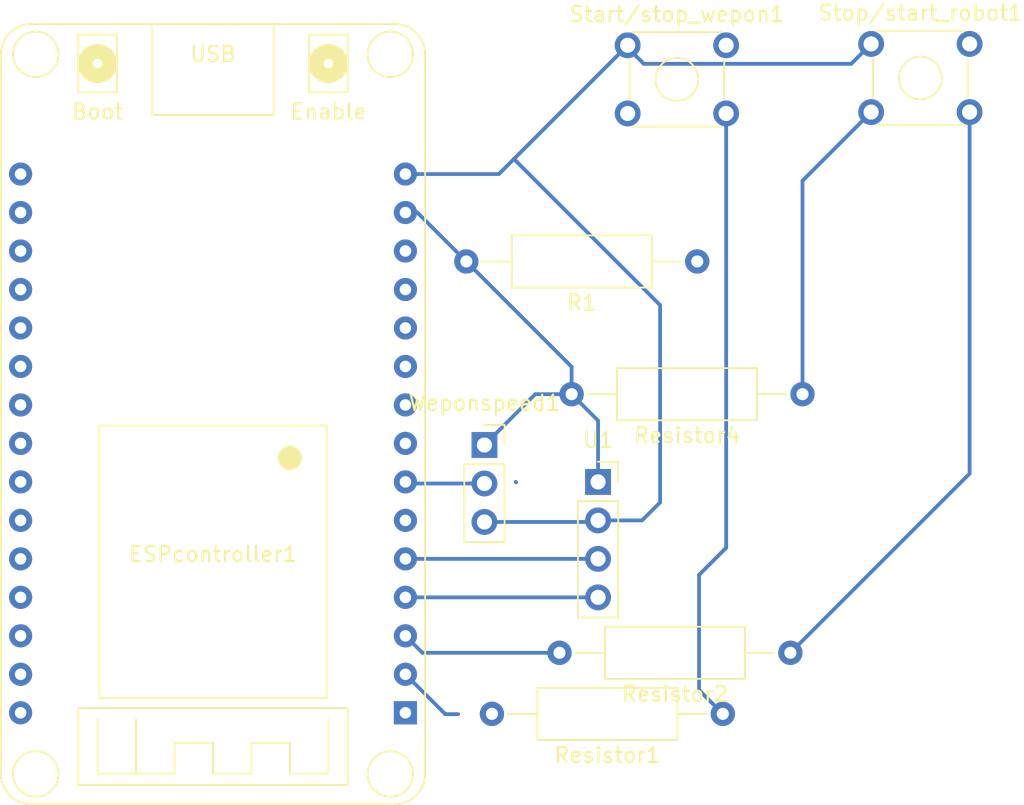
<source format=kicad_pcb>
(kicad_pcb (version 20211014) (generator pcbnew)
  (layers (0 "F.Cu" signal) (31 "B.Cu" signal) (34 "B.Paste" user) (35 "F.Paste" user) (36 "B.SilkS" user "B.Silkscreen") (37 "F.SilkS" user "F.Silkscreen") (38 "B.Mask" user) (39 "F.Mask" user) (44 "Edge.Cuts" user))
  (net 0 "")
  (net 2 "Net-(ESPcontroller1-Pad2)")
  (net 3 "Net-(ESPcontroller1-Pad3)")
  (net 4 "Net-(ESPcontroller1-Pad4)")
  (net 6 "Net-(ESPcontroller1-Pad7)")
  (net 13 "Net-(ESPcontroller1-Pad15)")
  (net 28 "Net-(Start/stop_wepon1-Pad4)")
  (net 29 "Net-(Stop/start_robot1-Pad4)")
  (net 30 "Net-(Stop/start_robot1-Pad3)")
  (net 34 "Net-(ESPcontroller1-Pad14)")
  (net 35 "Net-(Start/stop_wepon1-Pad3)")
  (net 36 "Net-(ESPcontroller1-Pad5)")
  (footprint "Resistor_THT:R_Axial_DIN0309_L9.0mm_D3.2mm_P15.24mm_Horizontal" (layer "F.Cu") (at 132.09 115.42 180)
    (fp_text reference "Resistor2" (at 7.62 -2.72 180) (layer "F.SilkS"))
    (fp_text value "R_Small")
    (fp_line (start 3 1.72) (end 12.24 1.72) (layer "F.SilkS") (width 0.12))
    (fp_line (start 3 -1.72) (end 3 1.72) (layer "F.SilkS") (width 0.12))
    (fp_line (start 1.04 0) (end 3 0) (layer "F.SilkS") (width 0.12))
    (fp_line (start 14.2 0) (end 12.24 0) (layer "F.SilkS") (width 0.12))
    (fp_line (start 12.24 -1.72) (end 3 -1.72) (layer "F.SilkS") (width 0.12))
    (fp_line (start 12.24 1.72) (end 12.24 -1.72) (layer "F.SilkS") (width 0.12))
    (pad "1" thru_hole circle (at 0 0 180) (size 1.6 1.6) (drill 0.8) (layers *.Cu *.Mask) (net 29 "Net-(Stop/start_robot1-Pad4)"))
    (pad "2" thru_hole oval (at 15.24 0 180) (size 1.6 1.6) (drill 0.8) (layers *.Cu *.Mask) (net 3 "Net-(ESPcontroller1-Pad3)"))
  )
  (footprint "Connector_PinSocket_2.54mm:PinSocket_1x04_P2.54mm_Vertical" (layer "F.Cu") (at 119.395 104.14)
    (fp_text reference "U1" (at 0 -2.77) (layer "F.SilkS"))
    (fp_text value "Joystick")
    (fp_line (start -1.33 8.95) (end 1.33 8.95) (layer "F.SilkS") (width 0.12))
    (fp_line (start -1.33 1.27) (end 1.33 1.27) (layer "F.SilkS") (width 0.12))
    (fp_line (start -1.33 1.27) (end -1.33 8.95) (layer "F.SilkS") (width 0.12))
    (fp_line (start 1.33 -1.33) (end 1.33 0) (layer "F.SilkS") (width 0.12))
    (fp_line (start 0 -1.33) (end 1.33 -1.33) (layer "F.SilkS") (width 0.12))
    (fp_line (start 1.33 1.27) (end 1.33 8.95) (layer "F.SilkS") (width 0.12))
    (pad "1" thru_hole rect (at 0 0) (size 1.7 1.7) (drill 1) (layers *.Cu *.Mask) (net 34 "Net-(ESPcontroller1-Pad14)"))
    (pad "2" thru_hole oval (at 0 2.54) (size 1.7 1.7) (drill 1) (layers *.Cu *.Mask) (net 13 "Net-(ESPcontroller1-Pad15)"))
    (pad "3" thru_hole oval (at 0 5.08) (size 1.7 1.7) (drill 1) (layers *.Cu *.Mask) (net 36 "Net-(ESPcontroller1-Pad5)"))
    (pad "4" thru_hole oval (at 0 7.62) (size 1.7 1.7) (drill 1) (layers *.Cu *.Mask) (net 4 "Net-(ESPcontroller1-Pad4)"))
  )
  (footprint "Resistor_THT:R_Axial_DIN0309_L9.0mm_D3.2mm_P15.24mm_Horizontal" (layer "F.Cu") (at 132.89 98.35 180)
    (fp_text reference "Resistor4" (at 7.62 -2.72) (layer "F.SilkS"))
    (fp_text value "R_Small")
    (fp_line (start 3 -1.72) (end 3 1.72) (layer "F.SilkS") (width 0.12))
    (fp_line (start 1.04 0) (end 3 0) (layer "F.SilkS") (width 0.12))
    (fp_line (start 3 1.72) (end 12.24 1.72) (layer "F.SilkS") (width 0.12))
    (fp_line (start 14.2 0) (end 12.24 0) (layer "F.SilkS") (width 0.12))
    (fp_line (start 12.24 1.72) (end 12.24 -1.72) (layer "F.SilkS") (width 0.12))
    (fp_line (start 12.24 -1.72) (end 3 -1.72) (layer "F.SilkS") (width 0.12))
    (pad "1" thru_hole circle (at 0 0 180) (size 1.6 1.6) (drill 0.8) (layers *.Cu *.Mask) (net 30 "Net-(Stop/start_robot1-Pad3)"))
    (pad "2" thru_hole oval (at 15.24 0 180) (size 1.6 1.6) (drill 0.8) (layers *.Cu *.Mask) (net 34 "Net-(ESPcontroller1-Pad14)"))
  )
  (footprint "Button_Switch_THT:SW_TH_Tactile_Omron_B3F-10xx" (layer "F.Cu") (at 137.42 75.23)
    (fp_text reference "Stop/start_robot1" (at 3.25 -2.05) (layer "F.SilkS"))
    (fp_text value "SW_MEC_5E")
    (fp_line (start 0.28 5.37) (end 6.22 5.37) (layer "F.SilkS") (width 0.12))
    (fp_line (start 6.37 0.91) (end 6.37 3.59) (layer "F.SilkS") (width 0.12))
    (fp_line (start 0.28 -0.87) (end 6.22 -0.87) (layer "F.SilkS") (width 0.12))
    (fp_line (start 0.13 3.59) (end 0.13 0.91) (layer "F.SilkS") (width 0.12))
    (fp_circle (center 3.25 2.25) (end 4.25 3.25) (layer "F.SilkS") (width 0.12) (fill none))
    (pad "1" thru_hole circle (at 0 0) (size 1.7 1.7) (drill 1) (layers *.Cu *.Mask) (net 13 "Net-(ESPcontroller1-Pad15)"))
    (pad "2" thru_hole circle (at 6.5 0) (size 1.7 1.7) (drill 1) (layers *.Cu *.Mask))
    (pad "3" thru_hole circle (at 0 4.5) (size 1.7 1.7) (drill 1) (layers *.Cu *.Mask) (net 30 "Net-(Stop/start_robot1-Pad3)"))
    (pad "4" thru_hole circle (at 6.5 4.5) (size 1.7 1.7) (drill 1) (layers *.Cu *.Mask) (net 29 "Net-(Stop/start_robot1-Pad4)"))
  )
  (footprint "Resistor_THT:R_Axial_DIN0309_L9.0mm_D3.2mm_P15.24mm_Horizontal" (layer "F.Cu") (at 127.63 119.45 180)
    (fp_text reference "Resistor1" (at 7.62 -2.72 180) (layer "F.SilkS"))
    (fp_text value "R_Small")
    (fp_line (start 12.24 1.72) (end 12.24 -1.72) (layer "F.SilkS") (width 0.12))
    (fp_line (start 3 -1.72) (end 3 1.72) (layer "F.SilkS") (width 0.12))
    (fp_line (start 1.04 0) (end 3 0) (layer "F.SilkS") (width 0.12))
    (fp_line (start 12.24 -1.72) (end 3 -1.72) (layer "F.SilkS") (width 0.12))
    (fp_line (start 14.2 0) (end 12.24 0) (layer "F.SilkS") (width 0.12))
    (fp_line (start 3 1.72) (end 12.24 1.72) (layer "F.SilkS") (width 0.12))
    (pad "1" thru_hole circle (at 0 0 180) (size 1.6 1.6) (drill 0.8) (layers *.Cu *.Mask) (net 28 "Net-(Start/stop_wepon1-Pad4)"))
    (pad "2" thru_hole oval (at 15.24 0 180) (size 1.6 1.6) (drill 0.8) (layers *.Cu *.Mask) (net 2 "Net-(ESPcontroller1-Pad2)"))
  )
  (footprint "esp32:esp32_devkit_v1_doit" (layer "F.Cu") (at 93.98 119.38 180)
    (fp_text reference "ESPcontroller1" (at 0 10.47) (layer "F.SilkS"))
    (fp_text value "ESP32_DevKit_V1_DOIT")
    (fp_text user "Enable" (at -7.62 39.68) (layer "F.SilkS"))
    (fp_text user "Boot" (at 7.62 39.68) (layer "F.SilkS"))
    (fp_text user "USB" (at 0 43.49) (layer "F.SilkS"))
    (fp_line (start -4 39.46) (end 4 39.46) (layer "F.SilkS") (width 0.12))
    (fp_line (start -4 39.46) (end -4 45.46) (layer "F.SilkS") (width 0.12))
    (fp_line (start -7.5 0.96) (end 7.5 0.96) (layer "F.SilkS") (width 0.12))
    (fp_line (start 6.35 40.95) (end 8.89 40.95) (layer "F.SilkS") (width 0.12))
    (fp_line (start 8.89 40.95) (end 8.89 44.76) (layer "F.SilkS") (width 0.12))
    (fp_line (start 2.54 -1.976) (end 2.54 -4.008) (layer "F.SilkS") (width 0.12))
    (fp_line (start 7.5 18.96) (end -7.5 18.96) (layer "F.SilkS") (width 0.12))
    (fp_line (start 8.89 44.76) (end 6.35 44.76) (layer "F.SilkS") (width 0.12))
    (fp_line (start -14 -4.04) (end -14 43.46) (layer "F.SilkS") (width 0.12))
    (fp_line (start -8.89 -4.77) (end 8.89 -4.77) (layer "F.SilkS") (width 0.12))
    (fp_line (start -12 45.46) (end 12 45.46) (layer "F.SilkS") (width 0.12))
    (fp_line (start 0 -4.008) (end 0 -1.976) (layer "F.SilkS") (width 0.12))
    (fp_line (start 14 43.46) (end 14 -4.04) (layer "F.SilkS") (width 0.12))
    (fp_line (start -6.35 44.76) (end -8.89 44.76) (layer "F.SilkS") (width 0.12))
    (fp_line (start 7.5 0.96) (end 7.5 18.96) (layer "F.SilkS") (width 0.12))
    (fp_line (start -8.89 40.95) (end -6.35 40.95) (layer "F.SilkS") (width 0.12))
    (fp_line (start 2.54 -4.008) (end 7.62 -4.008) (layer "F.SilkS") (width 0.12))
    (fp_line (start 6.35 44.76) (end 6.35 40.95) (layer "F.SilkS") (width 0.12))
    (fp_line (start 8.89 -4.77) (end 8.89 0.31) (layer "F.SilkS") (width 0.12))
    (fp_line (start -7.62 -0.452) (end -7.62 -4.008) (layer "F.SilkS") (width 0.12))
    (fp_line (start -5.08 -4.008) (end -5.08 -1.976) (layer "F.SilkS") (width 0.12))
    (fp_line (start 4 39.46) (end 4 45.46) (layer "F.SilkS") (width 0.12))
    (fp_line (start 8.89 0.31) (end -8.89 0.31) (layer "F.SilkS") (width 0.12))
    (fp_line (start -2.54 -1.976) (end -2.54 -4.008) (layer "F.SilkS") (width 0.12))
    (fp_line (start -2.54 -4.008) (end 0 -4.008) (layer "F.SilkS") (width 0.12))
    (fp_line (start 0 -1.976) (end 2.54 -1.976) (layer "F.SilkS") (width 0.12))
    (fp_line (start -6.35 40.95) (end -6.35 44.76) (layer "F.SilkS") (width 0.12))
    (fp_line (start -8.89 44.76) (end -8.89 40.95) (layer "F.SilkS") (width 0.12))
    (fp_line (start -12 -6.04) (end 12 -6.04) (layer "F.SilkS") (width 0.12))
    (fp_line (start -5.08 -1.976) (end -2.54 -1.976) (layer "F.SilkS") (width 0.12))
    (fp_line (start 5.08 -4.008) (end 5.08 -0.452) (layer "F.SilkS") (width 0.12))
    (fp_line (start -8.89 0.31) (end -8.89 -4.77) (layer "F.SilkS") (width 0.12))
    (fp_line (start -7.5 18.96) (end -7.5 0.96) (layer "F.SilkS") (width 0.12))
    (fp_line (start -7.62 -4.008) (end -5.08 -4.008) (layer "F.SilkS") (width 0.12))
    (fp_line (start 7.62 -4.008) (end 7.62 -0.452) (layer "F.SilkS") (width 0.12))
    (fp_arc (start 14 43.46) (mid 13.414214 44.874214) (end 12 45.46) (layer "F.SilkS") (width 0.12))
    (fp_arc (start -14 -4.04) (mid -13.414214 -5.454214) (end -12 -6.04) (layer "F.SilkS") (width 0.12))
    (fp_arc (start -12 45.46) (mid -13.414214 44.874214) (end -14 43.46) (layer "F.SilkS") (width 0.12))
    (fp_arc (start 12 -6.04) (mid 13.414214 -5.454214) (end 14 -4.04) (layer "F.SilkS") (width 0.12))
    (fp_circle (center -11.7 -4.04) (end -10.2 -4.04) (layer "F.SilkS") (width 0.12) (fill none))
    (fp_circle (center 7.62 42.855) (end 7.92 42.855) (layer "F.SilkS") (width 1) (fill none))
    (fp_circle (center 11.7 43.46) (end 13.2 43.46) (layer "F.SilkS") (width 0.12) (fill none))
    (fp_circle (center -7.62 42.855) (end -7.32 42.855) (layer "F.SilkS") (width 1) (fill none))
    (fp_circle (center -5.08 16.82) (end -4.68 16.82) (layer "F.SilkS") (width 0.8) (fill none))
    (fp_circle (center -11.7 43.46) (end -10.2 43.46) (layer "F.SilkS") (width 0.12) (fill none))
    (fp_circle (center 11.7 -4.04) (end 13.2 -4.04) (layer "F.SilkS") (width 0.12) (fill none))
    (pad "1" thru_hole rect locked (at -12.7 0 180) (size 1.524 1.524) (drill 0.762) (layers *.Cu *.Mask))
    (pad "2" thru_hole circle locked (at -12.7 2.54 180) (size 1.524 1.524) (drill 0.762) (layers *.Cu *.Mask) (net 2 "Net-(ESPcontroller1-Pad2)"))
    (pad "3" thru_hole circle locked (at -12.7 5.08 180) (size 1.524 1.524) (drill 0.762) (layers *.Cu *.Mask) (net 3 "Net-(ESPcontroller1-Pad3)"))
    (pad "4" thru_hole circle locked (at -12.7 7.62 180) (size 1.524 1.524) (drill 0.762) (layers *.Cu *.Mask) (net 4 "Net-(ESPcontroller1-Pad4)"))
    (pad "5" thru_hole circle locked (at -12.7 10.16 180) (size 1.524 1.524) (drill 0.762) (layers *.Cu *.Mask) (net 36 "Net-(ESPcontroller1-Pad5)"))
    (pad "6" thru_hole circle locked (at -12.7 12.7 180) (size 1.524 1.524) (drill 0.762) (layers *.Cu *.Mask))
    (pad "7" thru_hole circle locked (at -12.7 15.24 180) (size 1.524 1.524) (drill 0.762) (layers *.Cu *.Mask) (net 6 "Net-(ESPcontroller1-Pad7)"))
    (pad "8" thru_hole circle locked (at -12.7 17.78 180) (size 1.524 1.524) (drill 0.762) (layers *.Cu *.Mask))
    (pad "9" thru_hole circle locked (at -12.7 20.32 180) (size 1.524 1.524) (drill 0.762) (layers *.Cu *.Mask))
    (pad "10" thru_hole circle locked (at -12.7 22.86 180) (size 1.524 1.524) (drill 0.762) (layers *.Cu *.Mask))
    (pad "11" thru_hole circle locked (at -12.7 25.4 180) (size 1.524 1.524) (drill 0.762) (layers *.Cu *.Mask))
    (pad "12" thru_hole circle locked (at -12.7 27.94 180) (size 1.524 1.524) (drill 0.762) (layers *.Cu *.Mask))
    (pad "13" thru_hole circle locked (at -12.7 30.48 180) (size 1.524 1.524) (drill 0.762) (layers *.Cu *.Mask))
    (pad "14" thru_hole circle locked (at -12.7 33.02 180) (size 1.524 1.524) (drill 0.762) (layers *.Cu *.Mask) (net 34 "Net-(ESPcontroller1-Pad14)"))
    (pad "15" thru_hole circle locked (at -12.7 35.56 180) (size 1.524 1.524) (drill 0.762) (layers *.Cu *.Mask) (net 13 "Net-(ESPcontroller1-Pad15)"))
    (pad "16" thru_hole circle locked (at 12.7 35.56 180) (size 1.524 1.524) (drill 0.762) (layers *.Cu *.Mask))
    (pad "17" thru_hole circle locked (at 12.7 33.02 180) (size 1.524 1.524) (drill 0.762) (layers *.Cu *.Mask))
    (pad "18" thru_hole circle locked (at 12.7 30.48 180) (size 1.524 1.524) (drill 0.762) (layers *.Cu *.Mask))
    (pad "19" thru_hole circle locked (at 12.7 27.94 180) (size 1.524 1.524) (drill 0.762) (layers *.Cu *.Mask))
    (pad "20" thru_hole circle locked (at 12.7 25.4 180) (size 1.524 1.524) (drill 0.762) (layers *.Cu *.Mask))
    (pad "21" thru_hole circle locked (at 12.7 22.86 180) (size 1.524 1.524) (drill 0.762) (layers *.Cu *.Mask))
    (pad "22" thru_hole circle locked (at 12.7 20.32 180) (size 1.524 1.524) (drill 0.762) (layers *.Cu *.Mask))
    (pad "23" thru_hole circle locked (at 12.7 17.78 180) (size 1.524 1.524) (drill 0.762) (layers *.Cu *.Mask))
    (pad "24" thru_hole circle locked (at 12.7 15.24 180) (size 1.524 1.524) (drill 0.762) (layers *.Cu *.Mask))
    (pad "25" thru_hole circle locked (at 12.7 12.7 180) (size 1.524 1.524) (drill 0.762) (layers *.Cu *.Mask))
    (pad "26" thru_hole circle locked (at 12.7 10.16 180) (size 1.524 1.524) (drill 0.762) (layers *.Cu *.Mask))
    (pad "27" thru_hole circle locked (at 12.7 7.62 180) (size 1.524 1.524) (drill 0.762) (layers *.Cu *.Mask))
    (pad "28" thru_hole circle locked (at 12.7 5.08 180) (size 1.524 1.524) (drill 0.762) (layers *.Cu *.Mask))
    (pad "29" thru_hole circle locked (at 12.7 2.54 180) (size 1.524 1.524) (drill 0.762) (layers *.Cu *.Mask))
    (pad "30" thru_hole circle locked (at 12.7 0 180) (size 1.524 1.524) (drill 0.762) (layers *.Cu *.Mask))
  )
  (footprint "Button_Switch_THT:SW_TH_Tactile_Omron_B3F-10xx" (layer "F.Cu") (at 121.35 75.32)
    (fp_text reference "Start/stop_wepon1" (at 3.25 -2.05) (layer "F.SilkS"))
    (fp_text value "SW_MEC_5E")
    (fp_line (start 6.37 0.91) (end 6.37 3.59) (layer "F.SilkS") (width 0.12))
    (fp_line (start 0.28 -0.87) (end 6.22 -0.87) (layer "F.SilkS") (width 0.12))
    (fp_line (start 0.28 5.37) (end 6.22 5.37) (layer "F.SilkS") (width 0.12))
    (fp_line (start 0.13 3.59) (end 0.13 0.91) (layer "F.SilkS") (width 0.12))
    (fp_circle (center 3.25 2.25) (end 4.25 3.25) (layer "F.SilkS") (width 0.12) (fill none))
    (pad "1" thru_hole circle (at 0 0) (size 1.7 1.7) (drill 1) (layers *.Cu *.Mask) (net 13 "Net-(ESPcontroller1-Pad15)"))
    (pad "2" thru_hole circle (at 6.5 0) (size 1.7 1.7) (drill 1) (layers *.Cu *.Mask))
    (pad "3" thru_hole circle (at 0 4.5) (size 1.7 1.7) (drill 1) (layers *.Cu *.Mask) (net 35 "Net-(Start/stop_wepon1-Pad3)"))
    (pad "4" thru_hole circle (at 6.5 4.5) (size 1.7 1.7) (drill 1) (layers *.Cu *.Mask) (net 28 "Net-(Start/stop_wepon1-Pad4)"))
  )
  (footprint "Resistor_THT:R_Axial_DIN0309_L9.0mm_D3.2mm_P15.24mm_Horizontal" (layer "F.Cu") (at 125.94 89.59 180)
    (fp_text reference "R1" (at 7.62 -2.72) (layer "F.SilkS"))
    (fp_text value "R")
    (fp_line (start 12.24 1.72) (end 12.24 -1.72) (layer "F.SilkS") (width 0.12))
    (fp_line (start 3 1.72) (end 12.24 1.72) (layer "F.SilkS") (width 0.12))
    (fp_line (start 3 -1.72) (end 3 1.72) (layer "F.SilkS") (width 0.12))
    (fp_line (start 14.2 0) (end 12.24 0) (layer "F.SilkS") (width 0.12))
    (fp_line (start 12.24 -1.72) (end 3 -1.72) (layer "F.SilkS") (width 0.12))
    (fp_line (start 1.04 0) (end 3 0) (layer "F.SilkS") (width 0.12))
    (pad "1" thru_hole circle (at 0 0 180) (size 1.6 1.6) (drill 0.8) (layers *.Cu *.Mask) (net 35 "Net-(Start/stop_wepon1-Pad3)"))
    (pad "2" thru_hole oval (at 15.24 0 180) (size 1.6 1.6) (drill 0.8) (layers *.Cu *.Mask) (net 34 "Net-(ESPcontroller1-Pad14)"))
  )
  (footprint "Connector_PinSocket_2.54mm:PinSocket_1x03_P2.54mm_Vertical" (layer "F.Cu") (at 111.895 101.705)
    (fp_text reference "Weponspeed1" (at 0 -2.77) (layer "F.SilkS"))
    (fp_text value "R_Potentiometer")
    (fp_line (start 1.33 -1.33) (end 1.33 0) (layer "F.SilkS") (width 0.12))
    (fp_line (start -1.33 1.27) (end 1.33 1.27) (layer "F.SilkS") (width 0.12))
    (fp_line (start 1.33 1.27) (end 1.33 6.41) (layer "F.SilkS") (width 0.12))
    (fp_line (start 0 -1.33) (end 1.33 -1.33) (layer "F.SilkS") (width 0.12))
    (fp_line (start -1.33 1.27) (end -1.33 6.41) (layer "F.SilkS") (width 0.12))
    (fp_line (start -1.33 6.41) (end 1.33 6.41) (layer "F.SilkS") (width 0.12))
    (pad "1" thru_hole rect (at 0 0) (size 1.7 1.7) (drill 1) (layers *.Cu *.Mask) (net 34 "Net-(ESPcontroller1-Pad14)"))
    (pad "2" thru_hole oval (at 0 2.54) (size 1.7 1.7) (drill 1) (layers *.Cu *.Mask) (net 6 "Net-(ESPcontroller1-Pad7)"))
    (pad "3" thru_hole oval (at 0 5.08) (size 1.7 1.7) (drill 1) (layers *.Cu *.Mask) (net 13 "Net-(ESPcontroller1-Pad15)"))
  )
  (segment (start 109.31 119.47) (end 110.16 119.47) (width 0.25) (layer "B.Cu") (net 2))
  (segment (start 106.68 116.84) (end 109.31 119.47) (width 0.25) (layer "B.Cu") (net 2))
  (segment (start 116.85 115.42) (end 107.8 115.42) (width 0.25) (layer "B.Cu") (net 3))
  (segment (start 107.8 115.42) (end 106.68 114.3) (width 0.25) (layer "B.Cu") (net 3))
  (segment (start 119.395 111.76) (end 106.68 111.76) (width 0.25) (layer "B.Cu") (net 4))
  (segment (start 106.7 111.78) (end 106.68 111.76) (width 0.25) (layer "B.Cu") (net 4))
  (segment (start 106.785 104.245) (end 106.68 104.14) (width 0.25) (layer "B.Cu") (net 6))
  (segment (start 113.96 104.14) (end 113.99 104.17) (width 0.25) (layer "B.Cu") (net 6))
  (segment (start 111.895 104.245) (end 106.785 104.245) (width 0.25) (layer "B.Cu") (net 6))
  (segment (start 113.845 82.825) (end 121.35 75.32) (width 0.25) (layer "B.Cu") (net 13))
  (segment (start 111.895 106.785) (end 119.29 106.785) (width 0.25) (layer "B.Cu") (net 13))
  (segment (start 120.05 106.785) (end 120.135 106.7) (width 0.25) (layer "B.Cu") (net 13))
  (segment (start 136.105489 76.544511) (end 137.42 75.23) (width 0.25) (layer "B.Cu") (net 13))
  (segment (start 106.68 83.82) (end 112.85 83.82) (width 0.25) (layer "B.Cu") (net 13))
  (segment (start 122.3 106.68) (end 123.49 105.49) (width 0.25) (layer "B.Cu") (net 13))
  (segment (start 121.35 75.32) (end 121.35 75.48) (width 0.25) (layer "B.Cu") (net 13))
  (segment (start 123.49 105.49) (end 123.49 92.47) (width 0.25) (layer "B.Cu") (net 13))
  (segment (start 112.85 83.82) (end 113.385 83.285) (width 0.25) (layer "B.Cu") (net 13))
  (segment (start 121.35 75.48) (end 122.414511 76.544511) (width 0.25) (layer "B.Cu") (net 13))
  (segment (start 137.42 75.23) (end 137.36 75.29) (width 0.25) (layer "B.Cu") (net 13))
  (segment (start 123.49 92.47) (end 113.845 82.825) (width 0.25) (layer "B.Cu") (net 13))
  (segment (start 119.395 106.68) (end 122.3 106.68) (width 0.25) (layer "B.Cu") (net 13))
  (segment (start 119.29 106.785) (end 119.395 106.68) (width 0.25) (layer "B.Cu") (net 13))
  (segment (start 113.385 83.285) (end 113.845 82.825) (width 0.25) (layer "B.Cu") (net 13))
  (segment (start 137.36 75.29) (end 137.36 75.35) (width 0.25) (layer "B.Cu") (net 13))
  (segment (start 122.414511 76.544511) (end 136.105489 76.544511) (width 0.25) (layer "B.Cu") (net 13))
  (segment (start 127.85 108.49) (end 126.06 110.28) (width 0.25) (layer "B.Cu") (net 28))
  (segment (start 126.06 110.28) (end 126.06 117.88) (width 0.25) (layer "B.Cu") (net 28))
  (segment (start 126.06 117.88) (end 127.63 119.45) (width 0.25) (layer "B.Cu") (net 28))
  (segment (start 127.85 79.82) (end 127.85 108.49) (width 0.25) (layer "B.Cu") (net 28))
  (segment (start 132.09 115.42) (end 143.92 103.59) (width 0.25) (layer "B.Cu") (net 29))
  (segment (start 143.92 103.59) (end 143.92 79.73) (width 0.25) (layer "B.Cu") (net 29))
  (segment (start 137.38 79.77) (end 137.42 79.73) (width 0.25) (layer "B.Cu") (net 30))
  (segment (start 132.89 84.26) (end 137.42 79.73) (width 0.25) (layer "B.Cu") (net 30))
  (segment (start 132.89 98.35) (end 132.89 84.26) (width 0.25) (layer "B.Cu") (net 30))
  (segment (start 115.25 98.35) (end 111.895 101.705) (width 0.25) (layer "B.Cu") (net 34))
  (segment (start 107.47 86.36) (end 106.68 86.36) (width 0.25) (layer "B.Cu") (net 34))
  (segment (start 117.65 98.35) (end 115.25 98.35) (width 0.25) (layer "B.Cu") (net 34))
  (segment (start 119.395 104.14) (end 119.395 100.095) (width 0.25) (layer "B.Cu") (net 34))
  (segment (start 117.65 96.54) (end 110.7 89.59) (width 0.25) (layer "B.Cu") (net 34))
  (segment (start 119.395 100.095) (end 117.65 98.35) (width 0.25) (layer "B.Cu") (net 34))
  (segment (start 110.7 89.59) (end 107.47 86.36) (width 0.25) (layer "B.Cu") (net 34))
  (segment (start 117.65 98.35) (end 117.65 96.54) (width 0.25) (layer "B.Cu") (net 34))
  (segment (start 106.7 109.24) (end 106.68 109.22) (width 0.25) (layer "B.Cu") (net 36))
  (segment (start 119.395 109.22) (end 106.68 109.22) (width 0.25) (layer "B.Cu") (net 36))
)
</source>
